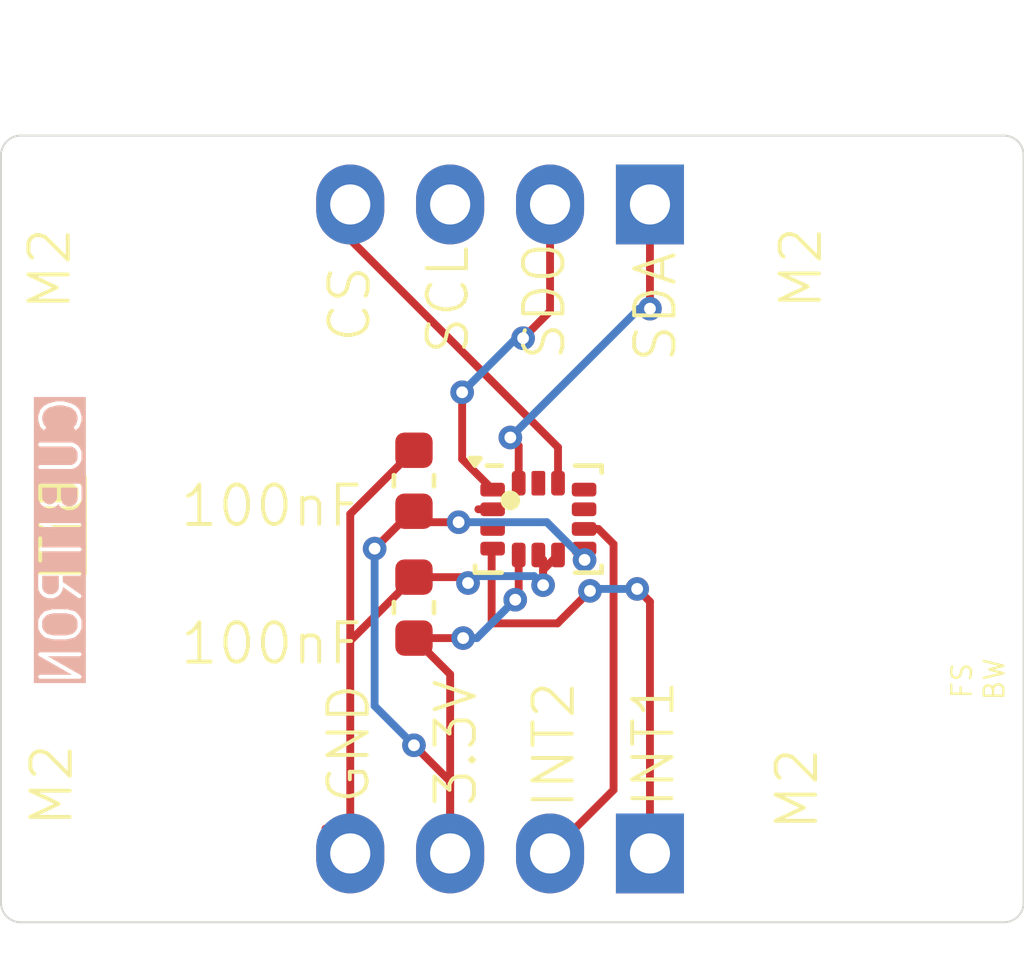
<source format=kicad_pcb>
(kicad_pcb (version 20240108) (generator "pcbnew") (generator_version "8.0")
  (layers (0 "F.Cu" signal) (31 "B.Cu" signal) (34 "B.Paste" user) (35 "F.Paste" user) (36 "B.SilkS" user "B.Silkscreen") (37 "F.SilkS" user "F.Silkscreen") (38 "B.Mask" user) (39 "F.Mask" user) (44 "Edge.Cuts" user))
  (net 0 "")
  (net 1 "+3.3V")
  (net 2 "GND")
  (net 3 "SDO{slash}SAO")
  (net 4 "CS")
  (net 5 "SCL")
  (net 6 "SDA")
  (net 7 "INT2")
  (net 8 "INT1")
  (net 10 "unconnected-(U1-SDx-Pad2)")
  (footprint "MountingHole:MountingHole_2.2mm_M2" (layer "F.Cu") (at 128 86)
    (property "Reference" "H4" (hide yes))
    (property "Value" "MountingHole_Pad" (hide yes))
    (pad "" np_thru_hole circle (at 0 0) (size 2.2 2.2) (drill 2.2) (layers "*.Cu" "*.Mask"))
  )
  (footprint "Capacitor_SMD:C_0603_1608Metric" (layer "F.Cu") (at 135 78.275 90)
    (property "Reference" "C2" (hide yes))
    (property "Value" "C" (hide yes))
    (fp_line (start -0.14058 -0.51) (end 0.14058 -0.51) (stroke (width 0.12)) (layer "F.SilkS"))
    (fp_line (start -0.14058 0.51) (end 0.14058 0.51) (stroke (width 0.12)) (layer "F.SilkS"))
    (pad "1" smd roundrect (at -0.775 0 90) (size 0.9 0.95) (layers "F.Cu" "F.Paste" "F.Mask") (net 1 "+3.3V"))
    (pad "2" smd roundrect (at 0.775 0 90) (size 0.9 0.95) (layers "F.Cu" "F.Paste" "F.Mask") (net 2 "GND"))
  )
  (footprint "MountingHole:MountingHole_2.2mm_M2" (layer "F.Cu") (at 147 86)
    (property "Reference" "H1" (hide yes))
    (property "Value" "MountingHole_Pad" (hide yes))
    (pad "" np_thru_hole circle (at 0 0) (size 2.2 2.2) (drill 2.2) (layers "*.Cu" "*.Mask"))
  )
  (footprint "Capacitor_SMD:C_0603_1608Metric" (layer "F.Cu") (at 135 81.5 90)
    (property "Reference" "C1" (hide yes))
    (property "Value" "C" (hide yes))
    (fp_line (start -0.14058 -0.51) (end 0.14058 -0.51) (stroke (width 0.12)) (layer "F.SilkS"))
    (fp_line (start -0.14058 0.51) (end 0.14058 0.51) (stroke (width 0.12)) (layer "F.SilkS"))
    (pad "1" smd roundrect (at -0.775 0 90) (size 0.9 0.95) (layers "F.Cu" "F.Paste" "F.Mask") (net 1 "+3.3V"))
    (pad "2" smd roundrect (at 0.775 0 90) (size 0.9 0.95) (layers "F.Cu" "F.Paste" "F.Mask") (net 2 "GND"))
  )
  (footprint "Package_LGA:LGA-14_3x2.5mm_P0.5mm_LayoutBorder3x4y" (layer "F.Cu") (at 138.1625 79.25)
    (property "Reference" "U1" (hide yes))
    (property "Value" "ISM330DHCX" (hide yes))
    (fp_line (start -1.61 1.36) (end -1.61 1.185) (stroke (width 0.12)) (layer "F.SilkS"))
    (fp_line (start -0.935 -1.36) (end -1.31 -1.36) (stroke (width 0.12)) (layer "F.SilkS"))
    (fp_line (start -0.935 1.36) (end -1.61 1.36) (stroke (width 0.12)) (layer "F.SilkS"))
    (fp_line (start 0.935 -1.36) (end 1.61 -1.36) (stroke (width 0.12)) (layer "F.SilkS"))
    (fp_line (start 0.935 1.36) (end 1.61 1.36) (stroke (width 0.12)) (layer "F.SilkS"))
    (fp_line (start 1.61 -1.36) (end 1.61 -1.185) (stroke (width 0.12)) (layer "F.SilkS"))
    (fp_line (start 1.61 1.36) (end 1.61 1.185) (stroke (width 0.12)) (layer "F.SilkS"))
    (fp_poly (pts (xy -1.61 -1.36) (xy -1.75 -1.55) (xy -1.47 -1.55) (xy -1.61 -1.36)) (stroke (width 0.12)) (fill solid) (layer "F.SilkS"))
    (pad "1" smd roundrect (at -1.1625 -0.75) (size 0.625 0.35) (layers "F.Cu" "F.Paste" "F.Mask") (net 3 "SDO{slash}SAO"))
    (pad "2" smd roundrect (at -1.1625 -0.25) (size 0.625 0.35) (layers "F.Cu" "F.Paste" "F.Mask") (net 10 "unconnected-(U1-SDx-Pad2)"))
    (pad "3" smd roundrect (at -1.1625 0.25) (size 0.625 0.35) (layers "F.Cu" "F.Paste" "F.Mask"))
    (pad "4" smd roundrect (at -1.1625 0.75) (size 0.625 0.35) (layers "F.Cu" "F.Paste" "F.Mask") (net 8 "INT1"))
    (pad "5" smd roundrect (at -0.5 0.9125) (size 0.35 0.625) (layers "F.Cu" "F.Paste" "F.Mask") (net 1 "+3.3V"))
    (pad "6" smd roundrect (at 0 0.9125) (size 0.35 0.625) (layers "F.Cu" "F.Paste" "F.Mask") (net 2 "GND"))
    (pad "7" smd roundrect (at 0.5 0.9125) (size 0.35 0.625) (layers "F.Cu" "F.Paste" "F.Mask") (net 2 "GND"))
    (pad "8" smd roundrect (at 1.1625 0.75) (size 0.625 0.35) (layers "F.Cu" "F.Paste" "F.Mask") (net 1 "+3.3V"))
    (pad "9" smd roundrect (at 1.1625 0.25) (size 0.625 0.35) (layers "F.Cu" "F.Paste" "F.Mask") (net 7 "INT2"))
    (pad "10" smd roundrect (at 1.1625 -0.25) (size 0.625 0.35) (layers "F.Cu" "F.Paste" "F.Mask"))
    (pad "11" smd roundrect (at 1.1625 -0.75) (size 0.625 0.35) (layers "F.Cu" "F.Paste" "F.Mask"))
    (pad "12" smd roundrect (at 0.5 -0.9125) (size 0.35 0.625) (layers "F.Cu" "F.Paste" "F.Mask") (net 4 "CS"))
    (pad "13" smd roundrect (at 0 -0.9125) (size 0.35 0.625) (layers "F.Cu" "F.Paste" "F.Mask") (roundrect_rratio 0.15))
    (pad "14" smd roundrect (at -0.5 -0.9125) (size 0.35 0.625) (layers "F.Cu" "F.Paste" "F.Mask") (net 6 "SDA"))
  )
  (footprint "Connector:FanPinHeader_1x04_P2.54mm_Vertical" (layer "F.Cu") (at 141 87.75 180)
    (property "Reference" "J2" (hide yes))
    (property "Value" "Conn_01x04")
    (pad "1" thru_hole rect (at 0 0 270) (size 2.03 1.73) (drill 1.02) (layers "*.Cu" "*.Mask") (net 8 "INT1"))
    (pad "2" thru_hole oval (at 2.54 0 270) (size 2.03 1.73) (drill 1.02) (layers "*.Cu" "*.Mask") (net 7 "INT2"))
    (pad "3" thru_hole oval (at 5.08 0 270) (size 2.03 1.73) (drill 1.02) (layers "*.Cu" "*.Mask") (net 1 "+3.3V"))
    (pad "4" thru_hole oval (at 7.62 0 270) (size 2.03 1.73) (drill 1.02) (layers "*.Cu" "*.Mask") (net 2 "GND"))
  )
  (footprint "Connector:FanPinHeader_1x04_P2.54mm_Vertical" (layer "F.Cu") (at 141 71.25 180)
    (property "Reference" "J1" (hide yes))
    (property "Value" "Conn_01x04")
    (pad "1" thru_hole rect (at 0 0 270) (size 2.03 1.73) (drill 1.02) (layers "*.Cu" "*.Mask") (net 6 "SDA"))
    (pad "2" thru_hole oval (at 2.54 0 270) (size 2.03 1.73) (drill 1.02) (layers "*.Cu" "*.Mask") (net 3 "SDO{slash}SAO"))
    (pad "3" thru_hole oval (at 5.08 0 270) (size 2.03 1.73) (drill 1.02) (layers "*.Cu" "*.Mask") (net 5 "SCL"))
    (pad "4" thru_hole oval (at 7.62 0 270) (size 2.03 1.73) (drill 1.02) (layers "*.Cu" "*.Mask") (net 4 "CS"))
  )
  (footprint "MountingHole:MountingHole_2.2mm_M2" (layer "F.Cu") (at 147 73)
    (property "Reference" "H2" (hide yes))
    (property "Value" "MountingHole_Pad" (hide yes))
    (pad "" np_thru_hole circle (at 0 0) (size 2.2 2.2) (drill 2.2) (layers "*.Cu" "*.Mask"))
  )
  (footprint "MountingHole:MountingHole_2.2mm_M2" (layer "F.Cu") (at 128 73)
    (property "Reference" "H3" (hide yes))
    (property "Value" "MountingHole_Pad" (hide yes))
    (pad "" np_thru_hole circle (at 0 0) (size 2.2 2.2) (drill 2.2) (layers "*.Cu" "*.Mask"))
  )
  (gr_circle (center 137.45 78.775) (end 137.65 78.775) (stroke (width 0.1)) (fill solid) (layer "F.SilkS"))
  (gr_line (start 124.5 89) (end 124.5 70) (stroke (width 0.05)) (layer "Edge.Cuts"))
  (gr_arc (start 150.5 89) (mid 150.353553 89.353553) (end 150 89.5) (stroke (width 0.05)) (layer "Edge.Cuts"))
  (gr_line (start 125 69.5) (end 150 69.5) (stroke (width 0.05)) (layer "Edge.Cuts"))
  (gr_arc (start 150 69.5) (mid 150.353553 69.646447) (end 150.5 70) (stroke (width 0.05)) (layer "Edge.Cuts"))
  (gr_line (start 150 89.5) (end 125 89.5) (stroke (width 0.05)) (layer "Edge.Cuts"))
  (gr_arc (start 124.5 70) (mid 124.646447 69.646447) (end 125 69.5) (stroke (width 0.05)) (layer "Edge.Cuts"))
  (gr_arc (start 125 89.5) (mid 124.646447 89.353553) (end 124.5 89) (stroke (width 0.05)) (layer "Edge.Cuts"))
  (gr_line (start 150.5 70) (end 150.5 89) (stroke (width 0.05)) (layer "Edge.Cuts"))
  (gr_text "CUBITRON" (at 126.625 76.05 90) (layer "B.SilkS" knockout) (effects (font (size 1 1) (thickness 0.1)) (justify left bottom mirror)))
  (gr_text "SDO" (at 138.9 75.275 90) (layer "F.SilkS") (effects (font (size 1 1) (thickness 0.1)) (justify left bottom)))
  (gr_text "100nF" (at 129 79.5 0) (layer "F.SilkS") (effects (font (size 1 1) (thickness 0.1)) (justify left bottom)))
  (gr_text "BW" (at 150.05 83.9 90) (layer "F.SilkS") (effects (font (size 0.5 0.5) (thickness 0.0625)) (justify left bottom)))
  (gr_text "IMU\n" (at 126.65 80.8 90) (layer "F.SilkS" knockout) (effects (font (size 1 1) (thickness 0.1)) (justify left bottom)))
  (gr_text "M2" (at 145.325 87.225 90) (layer "F.SilkS") (effects (font (size 1 1) (thickness 0.1)) (justify left bottom)))
  (gr_text "INT1\n" (at 141.675 86.65 90) (layer "F.SilkS") (effects (font (size 1 1) (thickness 0.1)) (justify left bottom)))
  (gr_text "3.3V" (at 136.65 86.625 90) (layer "F.SilkS") (effects (font (size 1 1) (thickness 0.1)) (justify left bottom)))
  (gr_text "SCL" (at 136.45 75.125 90) (layer "F.SilkS") (effects (font (size 1 1) (thickness 0.1)) (justify left bottom)))
  (gr_text "M2" (at 145.425 73.975 90) (layer "F.SilkS") (effects (font (size 1 1) (thickness 0.1)) (justify left bottom)))
  (gr_text "100nF" (at 129 83 0) (layer "F.SilkS") (effects (font (size 1 1) (thickness 0.1)) (justify left bottom)))
  (gr_text "M2" (at 126.325 74 90) (layer "F.SilkS") (effects (font (size 1 1) (thickness 0.1)) (justify left bottom)))
  (gr_text "INT2\n\n" (at 140.75 86.675 90) (layer "F.SilkS") (effects (font (size 1 1) (thickness 0.1)) (justify left bottom)))
  (gr_text "GND" (at 133.925 86.55 90) (layer "F.SilkS") (effects (font (size 1 1) (thickness 0.1)) (justify left bottom)))
  (gr_text "CS" (at 133.95 74.825 90) (layer "F.SilkS") (effects (font (size 1 1) (thickness 0.1)) (justify left bottom)))
  (gr_text "SDA" (at 141.725 75.325 90) (layer "F.SilkS") (effects (font (size 1 1) (thickness 0.1)) (justify left bottom)))
  (gr_text "M2" (at 126.375 87.125 90) (layer "F.SilkS") (effects (font (size 1 1) (thickness 0.1)) (justify left bottom)))
  (gr_text "FS" (at 149.225 83.85 90) (layer "F.SilkS") (effects (font (size 0.5 0.5) (thickness 0.0625)) (justify left bottom)))
  (segment (start 137.575 81.3) (end 137.6625 81.2125) (width 0.2) (layer "F.Cu") (net 1))
  (segment (start 135 82.275) (end 136.25 82.275) (width 0.2) (layer "F.Cu") (net 1))
  (segment (start 134.95 79.05) (end 134 80) (width 0.2) (layer "F.Cu") (net 1))
  (segment (start 135.92 87.75) (end 135.92 83.195) (width 0.2) (layer "F.Cu") (net 1))
  (segment (start 135.92 83.195) (end 135 82.275) (width 0.2) (layer "F.Cu") (net 1))
  (segment (start 135 79.05) (end 134.95 79.05) (width 0.2) (layer "F.Cu") (net 1))
  (segment (start 139.325 80) (end 139.325 80.274405) (width 0.2) (layer "F.Cu") (net 1))
  (segment (start 139.325 80.274405) (end 139.3375 80.286905) (width 0.2) (layer "F.Cu") (net 1))
  (segment (start 136.135259 79.32892) (end 135.27892 79.32892) (width 0.2) (layer "F.Cu") (net 1))
  (segment (start 135 85) (end 135.92 85.92) (width 0.2) (layer "F.Cu") (net 1))
  (segment (start 137.6625 81.2125) (end 137.6625 80.1625) (width 0.2) (layer "F.Cu") (net 1))
  (segment (start 135.92 85.92) (end 135.92 87.75) (width 0.2) (layer "F.Cu") (net 1))
  (segment (start 135.27892 79.32892) (end 135 79.05) (width 0.2) (layer "F.Cu") (net 1))
  (via (at 137.575 81.3) (size 0.6) (drill 0.3) (layers "F.Cu" "B.Cu") (net 1))
  (via (at 135 85) (size 0.6) (drill 0.3) (layers "F.Cu" "B.Cu") (net 1))
  (via (at 136.135259 79.32892) (size 0.6) (drill 0.3) (layers "F.Cu" "B.Cu") (net 1))
  (via (at 139.3375 80.286905) (size 0.6) (drill 0.3) (layers "F.Cu" "B.Cu") (net 1))
  (via (at 134 80) (size 0.6) (drill 0.3) (layers "F.Cu" "B.Cu") (net 1))
  (via (at 136.25 82.275) (size 0.6) (drill 0.3) (layers "F.Cu" "B.Cu") (net 1))
  (segment (start 134 80) (end 134 84) (width 0.2) (layer "B.Cu") (net 1))
  (segment (start 138.379515 79.32892) (end 136.135259 79.32892) (width 0.2) (layer "B.Cu") (net 1))
  (segment (start 136.6 82.275) (end 137.575 81.3) (width 0.2) (layer "B.Cu") (net 1))
  (segment (start 139.3375 80.286905) (end 138.379515 79.32892) (width 0.2) (layer "B.Cu") (net 1))
  (segment (start 134 84) (end 135 85) (width 0.2) (layer "B.Cu") (net 1))
  (segment (start 136.25 82.275) (end 136.6 82.275) (width 0.2) (layer "B.Cu") (net 1))
  (segment (start 133.38 82.345) (end 135 80.725) (width 0.2) (layer "F.Cu") (net 2))
  (segment (start 138.283667 80.541333) (end 138.6625 80.1625) (width 0.2) (layer "F.Cu") (net 2))
  (segment (start 133.38 87.75) (end 132.75 87.12) (width 0.2) (layer "F.Cu") (net 2))
  (segment (start 138.283667 80.928793) (end 138.283667 80.541333) (width 0.2) (layer "F.Cu") (net 2))
  (segment (start 133.38 79.12) (end 135 77.5) (width 0.2) (layer "F.Cu") (net 2))
  (segment (start 133.38 87.75) (end 133.38 82.345) (width 0.2) (layer "F.Cu") (net 2))
  (segment (start 133.38 82.345) (end 133.38 79.12) (width 0.2) (layer "F.Cu") (net 2))
  (segment (start 138.283667 80.928793) (end 138.283667 80.283667) (width 0.2) (layer "F.Cu") (net 2))
  (segment (start 135 80.725) (end 136.225 80.725) (width 0.2) (layer "F.Cu") (net 2))
  (segment (start 136.225 80.725) (end 136.375 80.875) (width 0.2) (layer "F.Cu") (net 2))
  (segment (start 138.283667 80.283667) (end 138.1625 80.1625) (width 0.2) (layer "F.Cu") (net 2))
  (via (at 138.283667 80.928793) (size 0.6) (drill 0.3) (layers "F.Cu" "B.Cu") (net 2))
  (via (at 136.375 80.875) (size 0.6) (drill 0.3) (layers "F.Cu" "B.Cu") (net 2))
  (segment (start 136.375 80.875) (end 136.55 80.7) (width 0.2) (layer "B.Cu") (net 2))
  (segment (start 136.55 80.7) (end 138.054874 80.7) (width 0.2) (layer "B.Cu") (net 2))
  (segment (start 138.054874 80.7) (end 138.283667 80.928793) (width 0.2) (layer "B.Cu") (net 2))
  (segment (start 138.46 73.965) (end 138.46 71.25) (width 0.2) (layer "F.Cu") (net 3))
  (segment (start 136.225 77.725) (end 136.225 76.025) (width 0.2) (layer "F.Cu") (net 3))
  (segment (start 137.775 74.65) (end 138.46 73.965) (width 0.2) (layer "F.Cu") (net 3))
  (segment (start 137 78.5) (end 136.225 77.725) (width 0.2) (layer "F.Cu") (net 3))
  (via (at 136.225 76.025) (size 0.6) (drill 0.3) (layers "F.Cu" "B.Cu") (net 3))
  (via (at 137.775 74.65) (size 0.6) (drill 0.3) (layers "F.Cu" "B.Cu") (net 3))
  (segment (start 136.225 76.025) (end 137.6 74.65) (width 0.2) (layer "B.Cu") (net 3))
  (segment (start 137.6 74.65) (end 137.775 74.65) (width 0.2) (layer "B.Cu") (net 3))
  (segment (start 133.38 72.142792) (end 133.38 71.25) (width 0.2) (layer "F.Cu") (net 4))
  (segment (start 138.6625 78.3375) (end 138.6625 77.425292) (width 0.2) (layer "F.Cu") (net 4))
  (segment (start 138.6625 77.425292) (end 133.38 72.142792) (width 0.2) (layer "F.Cu") (net 4))
  (segment (start 137.6625 78.3375) (end 137.6625 77.3875) (width 0.2) (layer "F.Cu") (net 6))
  (segment (start 141 73.9) (end 141 71.25) (width 0.2) (layer "F.Cu") (net 6))
  (segment (start 137.6625 77.3875) (end 137.45 77.175) (width 0.2) (layer "F.Cu") (net 6))
  (via (at 137.45 77.175) (size 0.6) (drill 0.3) (layers "F.Cu" "B.Cu") (net 6))
  (via (at 141 73.9) (size 0.6) (drill 0.3) (layers "F.Cu" "B.Cu") (net 6))
  (segment (start 137.45 77.175) (end 140.725 73.9) (width 0.2) (layer "B.Cu") (net 6))
  (segment (start 140.725 73.9) (end 141 73.9) (width 0.2) (layer "B.Cu") (net 6))
  (segment (start 139.325 79.5) (end 139.687932 79.5) (width 0.2) (layer "F.Cu") (net 7))
  (segment (start 140.075 86.135) (end 138.46 87.75) (width 0.2) (layer "F.Cu") (net 7))
  (segment (start 140.075 79.887068) (end 140.075 86.135) (width 0.2) (layer "F.Cu") (net 7))
  (segment (start 139.687932 79.5) (end 140.075 79.887068) (width 0.2) (layer "F.Cu") (net 7))
  (segment (start 139.475 81.075) (end 138.65 81.9) (width 0.2) (layer "F.Cu") (net 8))
  (segment (start 136.975 81.9) (end 136.975 79.975) (width 0.2) (layer "F.Cu") (net 8))
  (segment (start 141 87.75) (end 141 81.35) (width 0.2) (layer "F.Cu") (net 8))
  (segment (start 138.65 81.9) (end 136.975 81.9) (width 0.2) (layer "F.Cu") (net 8))
  (segment (start 141 81.35) (end 140.675 81.025) (width 0.2) (layer "F.Cu") (net 8))
  (segment (start 136.975 79.975) (end 137 79.975) (width 0.2) (layer "F.Cu") (net 8))
  (via (at 139.475 81.075) (size 0.6) (drill 0.3) (layers "F.Cu" "B.Cu") (net 8))
  (via (at 140.675 81.025) (size 0.6) (drill 0.3) (layers "F.Cu" "B.Cu") (net 8))
  (segment (start 139.525 81.025) (end 139.475 81.075) (width 0.2) (layer "B.Cu") (net 8))
  (segment (start 140.675 81.025) (end 139.525 81.025) (width 0.2) (layer "B.Cu") (net 8))
  (segment (start 136.637068 79) (end 137 79) (width 0.2) (layer "F.Cu") (net 10))
)
</source>
